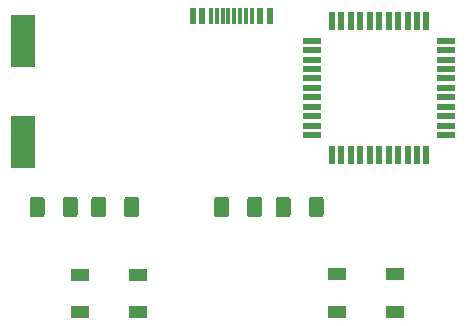
<source format=gbr>
G04 #@! TF.GenerationSoftware,KiCad,Pcbnew,(5.1.4)-1*
G04 #@! TF.CreationDate,2023-02-23T21:20:58+01:00*
G04 #@! TF.ProjectId,pcb,7063622e-6b69-4636-9164-5f7063625858,1.0*
G04 #@! TF.SameCoordinates,Original*
G04 #@! TF.FileFunction,Paste,Top*
G04 #@! TF.FilePolarity,Positive*
%FSLAX46Y46*%
G04 Gerber Fmt 4.6, Leading zero omitted, Abs format (unit mm)*
G04 Created by KiCad (PCBNEW (5.1.4)-1) date 2023-02-23 21:20:58*
%MOMM*%
%LPD*%
G04 APERTURE LIST*
%ADD10R,1.500000X0.550000*%
%ADD11R,0.550000X1.500000*%
%ADD12C,0.100000*%
%ADD13C,1.250000*%
%ADD14R,0.300000X1.450000*%
%ADD15R,0.600000X1.450000*%
%ADD16R,2.000000X4.500000*%
%ADD17R,1.500000X1.000000*%
G04 APERTURE END LIST*
D10*
X204264000Y-69024000D03*
X204264000Y-68224000D03*
X204264000Y-67424000D03*
X204264000Y-66624000D03*
X204264000Y-65824000D03*
X204264000Y-65024000D03*
X204264000Y-64224000D03*
X204264000Y-63424000D03*
X204264000Y-62624000D03*
X204264000Y-61824000D03*
X204264000Y-61024000D03*
D11*
X202564000Y-59324000D03*
X201764000Y-59324000D03*
X200964000Y-59324000D03*
X200164000Y-59324000D03*
X199364000Y-59324000D03*
X198564000Y-59324000D03*
X197764000Y-59324000D03*
X196964000Y-59324000D03*
X196164000Y-59324000D03*
X195364000Y-59324000D03*
X194564000Y-59324000D03*
D10*
X192864000Y-61024000D03*
X192864000Y-61824000D03*
X192864000Y-62624000D03*
X192864000Y-63424000D03*
X192864000Y-64224000D03*
X192864000Y-65024000D03*
X192864000Y-65824000D03*
X192864000Y-66624000D03*
X192864000Y-67424000D03*
X192864000Y-68224000D03*
X192864000Y-69024000D03*
D11*
X194564000Y-70724000D03*
X195364000Y-70724000D03*
X196164000Y-70724000D03*
X196964000Y-70724000D03*
X197764000Y-70724000D03*
X198564000Y-70724000D03*
X199364000Y-70724000D03*
X200164000Y-70724000D03*
X200964000Y-70724000D03*
X201764000Y-70724000D03*
X202564000Y-70724000D03*
D12*
G36*
X178011504Y-74246704D02*
G01*
X178035773Y-74250304D01*
X178059571Y-74256265D01*
X178082671Y-74264530D01*
X178104849Y-74275020D01*
X178125893Y-74287633D01*
X178145598Y-74302247D01*
X178163777Y-74318723D01*
X178180253Y-74336902D01*
X178194867Y-74356607D01*
X178207480Y-74377651D01*
X178217970Y-74399829D01*
X178226235Y-74422929D01*
X178232196Y-74446727D01*
X178235796Y-74470996D01*
X178237000Y-74495500D01*
X178237000Y-75745500D01*
X178235796Y-75770004D01*
X178232196Y-75794273D01*
X178226235Y-75818071D01*
X178217970Y-75841171D01*
X178207480Y-75863349D01*
X178194867Y-75884393D01*
X178180253Y-75904098D01*
X178163777Y-75922277D01*
X178145598Y-75938753D01*
X178125893Y-75953367D01*
X178104849Y-75965980D01*
X178082671Y-75976470D01*
X178059571Y-75984735D01*
X178035773Y-75990696D01*
X178011504Y-75994296D01*
X177987000Y-75995500D01*
X177237000Y-75995500D01*
X177212496Y-75994296D01*
X177188227Y-75990696D01*
X177164429Y-75984735D01*
X177141329Y-75976470D01*
X177119151Y-75965980D01*
X177098107Y-75953367D01*
X177078402Y-75938753D01*
X177060223Y-75922277D01*
X177043747Y-75904098D01*
X177029133Y-75884393D01*
X177016520Y-75863349D01*
X177006030Y-75841171D01*
X176997765Y-75818071D01*
X176991804Y-75794273D01*
X176988204Y-75770004D01*
X176987000Y-75745500D01*
X176987000Y-74495500D01*
X176988204Y-74470996D01*
X176991804Y-74446727D01*
X176997765Y-74422929D01*
X177006030Y-74399829D01*
X177016520Y-74377651D01*
X177029133Y-74356607D01*
X177043747Y-74336902D01*
X177060223Y-74318723D01*
X177078402Y-74302247D01*
X177098107Y-74287633D01*
X177119151Y-74275020D01*
X177141329Y-74264530D01*
X177164429Y-74256265D01*
X177188227Y-74250304D01*
X177212496Y-74246704D01*
X177237000Y-74245500D01*
X177987000Y-74245500D01*
X178011504Y-74246704D01*
X178011504Y-74246704D01*
G37*
D13*
X177612000Y-75120500D03*
D12*
G36*
X175211504Y-74246704D02*
G01*
X175235773Y-74250304D01*
X175259571Y-74256265D01*
X175282671Y-74264530D01*
X175304849Y-74275020D01*
X175325893Y-74287633D01*
X175345598Y-74302247D01*
X175363777Y-74318723D01*
X175380253Y-74336902D01*
X175394867Y-74356607D01*
X175407480Y-74377651D01*
X175417970Y-74399829D01*
X175426235Y-74422929D01*
X175432196Y-74446727D01*
X175435796Y-74470996D01*
X175437000Y-74495500D01*
X175437000Y-75745500D01*
X175435796Y-75770004D01*
X175432196Y-75794273D01*
X175426235Y-75818071D01*
X175417970Y-75841171D01*
X175407480Y-75863349D01*
X175394867Y-75884393D01*
X175380253Y-75904098D01*
X175363777Y-75922277D01*
X175345598Y-75938753D01*
X175325893Y-75953367D01*
X175304849Y-75965980D01*
X175282671Y-75976470D01*
X175259571Y-75984735D01*
X175235773Y-75990696D01*
X175211504Y-75994296D01*
X175187000Y-75995500D01*
X174437000Y-75995500D01*
X174412496Y-75994296D01*
X174388227Y-75990696D01*
X174364429Y-75984735D01*
X174341329Y-75976470D01*
X174319151Y-75965980D01*
X174298107Y-75953367D01*
X174278402Y-75938753D01*
X174260223Y-75922277D01*
X174243747Y-75904098D01*
X174229133Y-75884393D01*
X174216520Y-75863349D01*
X174206030Y-75841171D01*
X174197765Y-75818071D01*
X174191804Y-75794273D01*
X174188204Y-75770004D01*
X174187000Y-75745500D01*
X174187000Y-74495500D01*
X174188204Y-74470996D01*
X174191804Y-74446727D01*
X174197765Y-74422929D01*
X174206030Y-74399829D01*
X174216520Y-74377651D01*
X174229133Y-74356607D01*
X174243747Y-74336902D01*
X174260223Y-74318723D01*
X174278402Y-74302247D01*
X174298107Y-74287633D01*
X174319151Y-74275020D01*
X174341329Y-74264530D01*
X174364429Y-74256265D01*
X174388227Y-74250304D01*
X174412496Y-74246704D01*
X174437000Y-74245500D01*
X175187000Y-74245500D01*
X175211504Y-74246704D01*
X175211504Y-74246704D01*
G37*
D13*
X174812000Y-75120500D03*
D14*
X186305000Y-58909000D03*
X184305000Y-58909000D03*
X184805000Y-58909000D03*
X185305000Y-58909000D03*
X185805000Y-58909000D03*
X186805000Y-58909000D03*
X187305000Y-58909000D03*
X187805000Y-58909000D03*
D15*
X182805000Y-58909000D03*
X183605000Y-58909000D03*
X188505000Y-58909000D03*
X189305000Y-58909000D03*
X189305000Y-58909000D03*
X188505000Y-58909000D03*
X183605000Y-58909000D03*
X182805000Y-58909000D03*
D16*
X168402000Y-61091500D03*
X168402000Y-69591500D03*
D17*
X173254000Y-80823000D03*
X173254000Y-84023000D03*
X178154000Y-80823000D03*
X178154000Y-84023000D03*
D12*
G36*
X172805504Y-74246704D02*
G01*
X172829773Y-74250304D01*
X172853571Y-74256265D01*
X172876671Y-74264530D01*
X172898849Y-74275020D01*
X172919893Y-74287633D01*
X172939598Y-74302247D01*
X172957777Y-74318723D01*
X172974253Y-74336902D01*
X172988867Y-74356607D01*
X173001480Y-74377651D01*
X173011970Y-74399829D01*
X173020235Y-74422929D01*
X173026196Y-74446727D01*
X173029796Y-74470996D01*
X173031000Y-74495500D01*
X173031000Y-75745500D01*
X173029796Y-75770004D01*
X173026196Y-75794273D01*
X173020235Y-75818071D01*
X173011970Y-75841171D01*
X173001480Y-75863349D01*
X172988867Y-75884393D01*
X172974253Y-75904098D01*
X172957777Y-75922277D01*
X172939598Y-75938753D01*
X172919893Y-75953367D01*
X172898849Y-75965980D01*
X172876671Y-75976470D01*
X172853571Y-75984735D01*
X172829773Y-75990696D01*
X172805504Y-75994296D01*
X172781000Y-75995500D01*
X172031000Y-75995500D01*
X172006496Y-75994296D01*
X171982227Y-75990696D01*
X171958429Y-75984735D01*
X171935329Y-75976470D01*
X171913151Y-75965980D01*
X171892107Y-75953367D01*
X171872402Y-75938753D01*
X171854223Y-75922277D01*
X171837747Y-75904098D01*
X171823133Y-75884393D01*
X171810520Y-75863349D01*
X171800030Y-75841171D01*
X171791765Y-75818071D01*
X171785804Y-75794273D01*
X171782204Y-75770004D01*
X171781000Y-75745500D01*
X171781000Y-74495500D01*
X171782204Y-74470996D01*
X171785804Y-74446727D01*
X171791765Y-74422929D01*
X171800030Y-74399829D01*
X171810520Y-74377651D01*
X171823133Y-74356607D01*
X171837747Y-74336902D01*
X171854223Y-74318723D01*
X171872402Y-74302247D01*
X171892107Y-74287633D01*
X171913151Y-74275020D01*
X171935329Y-74264530D01*
X171958429Y-74256265D01*
X171982227Y-74250304D01*
X172006496Y-74246704D01*
X172031000Y-74245500D01*
X172781000Y-74245500D01*
X172805504Y-74246704D01*
X172805504Y-74246704D01*
G37*
D13*
X172406000Y-75120500D03*
D12*
G36*
X170005504Y-74246704D02*
G01*
X170029773Y-74250304D01*
X170053571Y-74256265D01*
X170076671Y-74264530D01*
X170098849Y-74275020D01*
X170119893Y-74287633D01*
X170139598Y-74302247D01*
X170157777Y-74318723D01*
X170174253Y-74336902D01*
X170188867Y-74356607D01*
X170201480Y-74377651D01*
X170211970Y-74399829D01*
X170220235Y-74422929D01*
X170226196Y-74446727D01*
X170229796Y-74470996D01*
X170231000Y-74495500D01*
X170231000Y-75745500D01*
X170229796Y-75770004D01*
X170226196Y-75794273D01*
X170220235Y-75818071D01*
X170211970Y-75841171D01*
X170201480Y-75863349D01*
X170188867Y-75884393D01*
X170174253Y-75904098D01*
X170157777Y-75922277D01*
X170139598Y-75938753D01*
X170119893Y-75953367D01*
X170098849Y-75965980D01*
X170076671Y-75976470D01*
X170053571Y-75984735D01*
X170029773Y-75990696D01*
X170005504Y-75994296D01*
X169981000Y-75995500D01*
X169231000Y-75995500D01*
X169206496Y-75994296D01*
X169182227Y-75990696D01*
X169158429Y-75984735D01*
X169135329Y-75976470D01*
X169113151Y-75965980D01*
X169092107Y-75953367D01*
X169072402Y-75938753D01*
X169054223Y-75922277D01*
X169037747Y-75904098D01*
X169023133Y-75884393D01*
X169010520Y-75863349D01*
X169000030Y-75841171D01*
X168991765Y-75818071D01*
X168985804Y-75794273D01*
X168982204Y-75770004D01*
X168981000Y-75745500D01*
X168981000Y-74495500D01*
X168982204Y-74470996D01*
X168985804Y-74446727D01*
X168991765Y-74422929D01*
X169000030Y-74399829D01*
X169010520Y-74377651D01*
X169023133Y-74356607D01*
X169037747Y-74336902D01*
X169054223Y-74318723D01*
X169072402Y-74302247D01*
X169092107Y-74287633D01*
X169113151Y-74275020D01*
X169135329Y-74264530D01*
X169158429Y-74256265D01*
X169182227Y-74250304D01*
X169206496Y-74246704D01*
X169231000Y-74245500D01*
X169981000Y-74245500D01*
X170005504Y-74246704D01*
X170005504Y-74246704D01*
G37*
D13*
X169606000Y-75120500D03*
D17*
X199872000Y-83959500D03*
X199872000Y-80759500D03*
X194972000Y-83959500D03*
X194972000Y-80759500D03*
D12*
G36*
X188425504Y-74246704D02*
G01*
X188449773Y-74250304D01*
X188473571Y-74256265D01*
X188496671Y-74264530D01*
X188518849Y-74275020D01*
X188539893Y-74287633D01*
X188559598Y-74302247D01*
X188577777Y-74318723D01*
X188594253Y-74336902D01*
X188608867Y-74356607D01*
X188621480Y-74377651D01*
X188631970Y-74399829D01*
X188640235Y-74422929D01*
X188646196Y-74446727D01*
X188649796Y-74470996D01*
X188651000Y-74495500D01*
X188651000Y-75745500D01*
X188649796Y-75770004D01*
X188646196Y-75794273D01*
X188640235Y-75818071D01*
X188631970Y-75841171D01*
X188621480Y-75863349D01*
X188608867Y-75884393D01*
X188594253Y-75904098D01*
X188577777Y-75922277D01*
X188559598Y-75938753D01*
X188539893Y-75953367D01*
X188518849Y-75965980D01*
X188496671Y-75976470D01*
X188473571Y-75984735D01*
X188449773Y-75990696D01*
X188425504Y-75994296D01*
X188401000Y-75995500D01*
X187651000Y-75995500D01*
X187626496Y-75994296D01*
X187602227Y-75990696D01*
X187578429Y-75984735D01*
X187555329Y-75976470D01*
X187533151Y-75965980D01*
X187512107Y-75953367D01*
X187492402Y-75938753D01*
X187474223Y-75922277D01*
X187457747Y-75904098D01*
X187443133Y-75884393D01*
X187430520Y-75863349D01*
X187420030Y-75841171D01*
X187411765Y-75818071D01*
X187405804Y-75794273D01*
X187402204Y-75770004D01*
X187401000Y-75745500D01*
X187401000Y-74495500D01*
X187402204Y-74470996D01*
X187405804Y-74446727D01*
X187411765Y-74422929D01*
X187420030Y-74399829D01*
X187430520Y-74377651D01*
X187443133Y-74356607D01*
X187457747Y-74336902D01*
X187474223Y-74318723D01*
X187492402Y-74302247D01*
X187512107Y-74287633D01*
X187533151Y-74275020D01*
X187555329Y-74264530D01*
X187578429Y-74256265D01*
X187602227Y-74250304D01*
X187626496Y-74246704D01*
X187651000Y-74245500D01*
X188401000Y-74245500D01*
X188425504Y-74246704D01*
X188425504Y-74246704D01*
G37*
D13*
X188026000Y-75120500D03*
D12*
G36*
X185625504Y-74246704D02*
G01*
X185649773Y-74250304D01*
X185673571Y-74256265D01*
X185696671Y-74264530D01*
X185718849Y-74275020D01*
X185739893Y-74287633D01*
X185759598Y-74302247D01*
X185777777Y-74318723D01*
X185794253Y-74336902D01*
X185808867Y-74356607D01*
X185821480Y-74377651D01*
X185831970Y-74399829D01*
X185840235Y-74422929D01*
X185846196Y-74446727D01*
X185849796Y-74470996D01*
X185851000Y-74495500D01*
X185851000Y-75745500D01*
X185849796Y-75770004D01*
X185846196Y-75794273D01*
X185840235Y-75818071D01*
X185831970Y-75841171D01*
X185821480Y-75863349D01*
X185808867Y-75884393D01*
X185794253Y-75904098D01*
X185777777Y-75922277D01*
X185759598Y-75938753D01*
X185739893Y-75953367D01*
X185718849Y-75965980D01*
X185696671Y-75976470D01*
X185673571Y-75984735D01*
X185649773Y-75990696D01*
X185625504Y-75994296D01*
X185601000Y-75995500D01*
X184851000Y-75995500D01*
X184826496Y-75994296D01*
X184802227Y-75990696D01*
X184778429Y-75984735D01*
X184755329Y-75976470D01*
X184733151Y-75965980D01*
X184712107Y-75953367D01*
X184692402Y-75938753D01*
X184674223Y-75922277D01*
X184657747Y-75904098D01*
X184643133Y-75884393D01*
X184630520Y-75863349D01*
X184620030Y-75841171D01*
X184611765Y-75818071D01*
X184605804Y-75794273D01*
X184602204Y-75770004D01*
X184601000Y-75745500D01*
X184601000Y-74495500D01*
X184602204Y-74470996D01*
X184605804Y-74446727D01*
X184611765Y-74422929D01*
X184620030Y-74399829D01*
X184630520Y-74377651D01*
X184643133Y-74356607D01*
X184657747Y-74336902D01*
X184674223Y-74318723D01*
X184692402Y-74302247D01*
X184712107Y-74287633D01*
X184733151Y-74275020D01*
X184755329Y-74264530D01*
X184778429Y-74256265D01*
X184802227Y-74250304D01*
X184826496Y-74246704D01*
X184851000Y-74245500D01*
X185601000Y-74245500D01*
X185625504Y-74246704D01*
X185625504Y-74246704D01*
G37*
D13*
X185226000Y-75120500D03*
D12*
G36*
X190833504Y-74246704D02*
G01*
X190857773Y-74250304D01*
X190881571Y-74256265D01*
X190904671Y-74264530D01*
X190926849Y-74275020D01*
X190947893Y-74287633D01*
X190967598Y-74302247D01*
X190985777Y-74318723D01*
X191002253Y-74336902D01*
X191016867Y-74356607D01*
X191029480Y-74377651D01*
X191039970Y-74399829D01*
X191048235Y-74422929D01*
X191054196Y-74446727D01*
X191057796Y-74470996D01*
X191059000Y-74495500D01*
X191059000Y-75745500D01*
X191057796Y-75770004D01*
X191054196Y-75794273D01*
X191048235Y-75818071D01*
X191039970Y-75841171D01*
X191029480Y-75863349D01*
X191016867Y-75884393D01*
X191002253Y-75904098D01*
X190985777Y-75922277D01*
X190967598Y-75938753D01*
X190947893Y-75953367D01*
X190926849Y-75965980D01*
X190904671Y-75976470D01*
X190881571Y-75984735D01*
X190857773Y-75990696D01*
X190833504Y-75994296D01*
X190809000Y-75995500D01*
X190059000Y-75995500D01*
X190034496Y-75994296D01*
X190010227Y-75990696D01*
X189986429Y-75984735D01*
X189963329Y-75976470D01*
X189941151Y-75965980D01*
X189920107Y-75953367D01*
X189900402Y-75938753D01*
X189882223Y-75922277D01*
X189865747Y-75904098D01*
X189851133Y-75884393D01*
X189838520Y-75863349D01*
X189828030Y-75841171D01*
X189819765Y-75818071D01*
X189813804Y-75794273D01*
X189810204Y-75770004D01*
X189809000Y-75745500D01*
X189809000Y-74495500D01*
X189810204Y-74470996D01*
X189813804Y-74446727D01*
X189819765Y-74422929D01*
X189828030Y-74399829D01*
X189838520Y-74377651D01*
X189851133Y-74356607D01*
X189865747Y-74336902D01*
X189882223Y-74318723D01*
X189900402Y-74302247D01*
X189920107Y-74287633D01*
X189941151Y-74275020D01*
X189963329Y-74264530D01*
X189986429Y-74256265D01*
X190010227Y-74250304D01*
X190034496Y-74246704D01*
X190059000Y-74245500D01*
X190809000Y-74245500D01*
X190833504Y-74246704D01*
X190833504Y-74246704D01*
G37*
D13*
X190434000Y-75120500D03*
D12*
G36*
X193633504Y-74246704D02*
G01*
X193657773Y-74250304D01*
X193681571Y-74256265D01*
X193704671Y-74264530D01*
X193726849Y-74275020D01*
X193747893Y-74287633D01*
X193767598Y-74302247D01*
X193785777Y-74318723D01*
X193802253Y-74336902D01*
X193816867Y-74356607D01*
X193829480Y-74377651D01*
X193839970Y-74399829D01*
X193848235Y-74422929D01*
X193854196Y-74446727D01*
X193857796Y-74470996D01*
X193859000Y-74495500D01*
X193859000Y-75745500D01*
X193857796Y-75770004D01*
X193854196Y-75794273D01*
X193848235Y-75818071D01*
X193839970Y-75841171D01*
X193829480Y-75863349D01*
X193816867Y-75884393D01*
X193802253Y-75904098D01*
X193785777Y-75922277D01*
X193767598Y-75938753D01*
X193747893Y-75953367D01*
X193726849Y-75965980D01*
X193704671Y-75976470D01*
X193681571Y-75984735D01*
X193657773Y-75990696D01*
X193633504Y-75994296D01*
X193609000Y-75995500D01*
X192859000Y-75995500D01*
X192834496Y-75994296D01*
X192810227Y-75990696D01*
X192786429Y-75984735D01*
X192763329Y-75976470D01*
X192741151Y-75965980D01*
X192720107Y-75953367D01*
X192700402Y-75938753D01*
X192682223Y-75922277D01*
X192665747Y-75904098D01*
X192651133Y-75884393D01*
X192638520Y-75863349D01*
X192628030Y-75841171D01*
X192619765Y-75818071D01*
X192613804Y-75794273D01*
X192610204Y-75770004D01*
X192609000Y-75745500D01*
X192609000Y-74495500D01*
X192610204Y-74470996D01*
X192613804Y-74446727D01*
X192619765Y-74422929D01*
X192628030Y-74399829D01*
X192638520Y-74377651D01*
X192651133Y-74356607D01*
X192665747Y-74336902D01*
X192682223Y-74318723D01*
X192700402Y-74302247D01*
X192720107Y-74287633D01*
X192741151Y-74275020D01*
X192763329Y-74264530D01*
X192786429Y-74256265D01*
X192810227Y-74250304D01*
X192834496Y-74246704D01*
X192859000Y-74245500D01*
X193609000Y-74245500D01*
X193633504Y-74246704D01*
X193633504Y-74246704D01*
G37*
D13*
X193234000Y-75120500D03*
M02*

</source>
